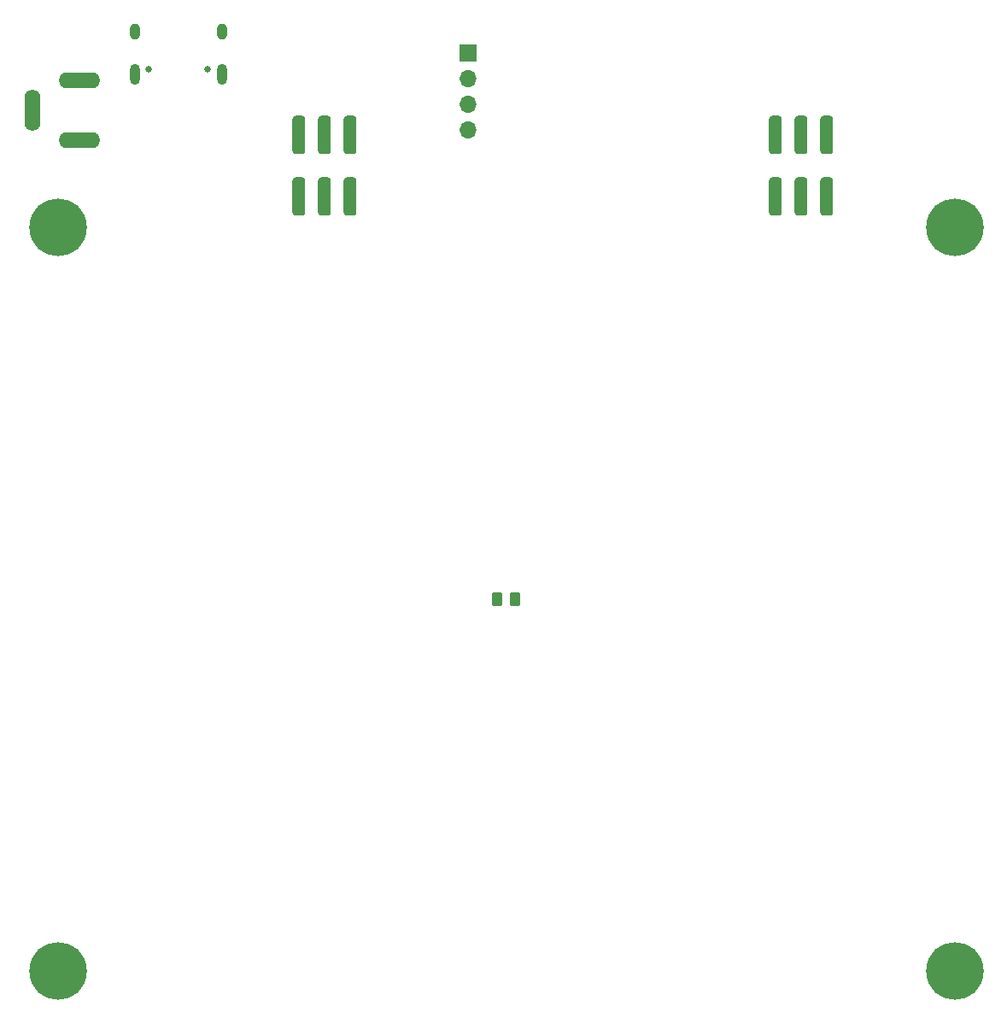
<source format=gbr>
%TF.GenerationSoftware,KiCad,Pcbnew,8.0.1*%
%TF.CreationDate,2024-04-01T19:00:04-04:00*%
%TF.ProjectId,Reflow Plate,5265666c-6f77-4205-906c-6174652e6b69,rev?*%
%TF.SameCoordinates,Original*%
%TF.FileFunction,Soldermask,Bot*%
%TF.FilePolarity,Negative*%
%FSLAX46Y46*%
G04 Gerber Fmt 4.6, Leading zero omitted, Abs format (unit mm)*
G04 Created by KiCad (PCBNEW 8.0.1) date 2024-04-01 19:00:04*
%MOMM*%
%LPD*%
G01*
G04 APERTURE LIST*
G04 Aperture macros list*
%AMRoundRect*
0 Rectangle with rounded corners*
0 $1 Rounding radius*
0 $2 $3 $4 $5 $6 $7 $8 $9 X,Y pos of 4 corners*
0 Add a 4 corners polygon primitive as box body*
4,1,4,$2,$3,$4,$5,$6,$7,$8,$9,$2,$3,0*
0 Add four circle primitives for the rounded corners*
1,1,$1+$1,$2,$3*
1,1,$1+$1,$4,$5*
1,1,$1+$1,$6,$7*
1,1,$1+$1,$8,$9*
0 Add four rect primitives between the rounded corners*
20,1,$1+$1,$2,$3,$4,$5,0*
20,1,$1+$1,$4,$5,$6,$7,0*
20,1,$1+$1,$6,$7,$8,$9,0*
20,1,$1+$1,$8,$9,$2,$3,0*%
G04 Aperture macros list end*
%ADD10R,1.700000X1.700000*%
%ADD11O,1.700000X1.700000*%
%ADD12C,5.700000*%
%ADD13RoundRect,0.317500X-0.317500X-1.587500X0.317500X-1.587500X0.317500X1.587500X-0.317500X1.587500X0*%
%ADD14O,4.100000X1.600000*%
%ADD15O,1.600000X4.100000*%
%ADD16RoundRect,0.317500X0.317500X1.587500X-0.317500X1.587500X-0.317500X-1.587500X0.317500X-1.587500X0*%
%ADD17C,0.650000*%
%ADD18O,1.000000X2.100000*%
%ADD19O,1.000000X1.600000*%
%ADD20RoundRect,0.250000X0.262500X0.450000X-0.262500X0.450000X-0.262500X-0.450000X0.262500X-0.450000X0*%
G04 APERTURE END LIST*
D10*
%TO.C,J7*%
X135890000Y-39380000D03*
D11*
X135890000Y-41920000D03*
X135890000Y-44460000D03*
X135890000Y-47000000D03*
%TD*%
D12*
%TO.C,REF\u002A\u002A*%
X95250000Y-130302000D03*
%TD*%
D13*
%TO.C,J3*%
X119176800Y-53594000D03*
X121716800Y-53594000D03*
X124256800Y-53594000D03*
%TD*%
D12*
%TO.C,REF\u002A\u002A*%
X95250000Y-56642000D03*
%TD*%
%TO.C,REF\u002A\u002A*%
X184150000Y-56642000D03*
%TD*%
D14*
%TO.C,J1*%
X97410000Y-48035000D03*
X97410000Y-42135000D03*
D15*
X92710000Y-45085000D03*
%TD*%
D13*
%TO.C,J4*%
X166370000Y-53594000D03*
X168910000Y-53594000D03*
X171450000Y-53594000D03*
%TD*%
D16*
%TO.C,J6*%
X171450000Y-47498000D03*
X168910000Y-47498000D03*
X166370000Y-47498000D03*
%TD*%
D12*
%TO.C,REF\u002A\u002A*%
X184150000Y-130302000D03*
%TD*%
D16*
%TO.C,J5*%
X124256800Y-47498000D03*
X121716800Y-47498000D03*
X119176800Y-47498000D03*
%TD*%
D17*
%TO.C,J2*%
X110078000Y-40954000D03*
X104298000Y-40954000D03*
D18*
X111508000Y-41484000D03*
D19*
X111508000Y-37304000D03*
D18*
X102868000Y-41484000D03*
D19*
X102868000Y-37304000D03*
%TD*%
D20*
%TO.C,TH1*%
X140612500Y-93472000D03*
X138787500Y-93472000D03*
%TD*%
M02*

</source>
